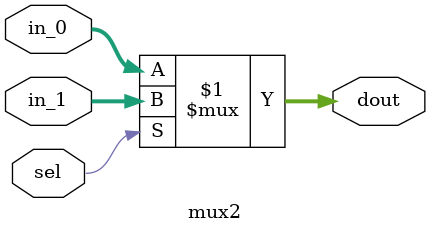
<source format=v>
`timescale 1ns / 1ps
`default_nettype none

module mux2(
    input wire [31:0] in_0, in_1,
    input wire sel,
    output wire [31:0] dout
    );
    
    // when sel=0, choose in_0; else, choose in_1
    assign dout = sel ? in_1:in_0;
       
endmodule

</source>
